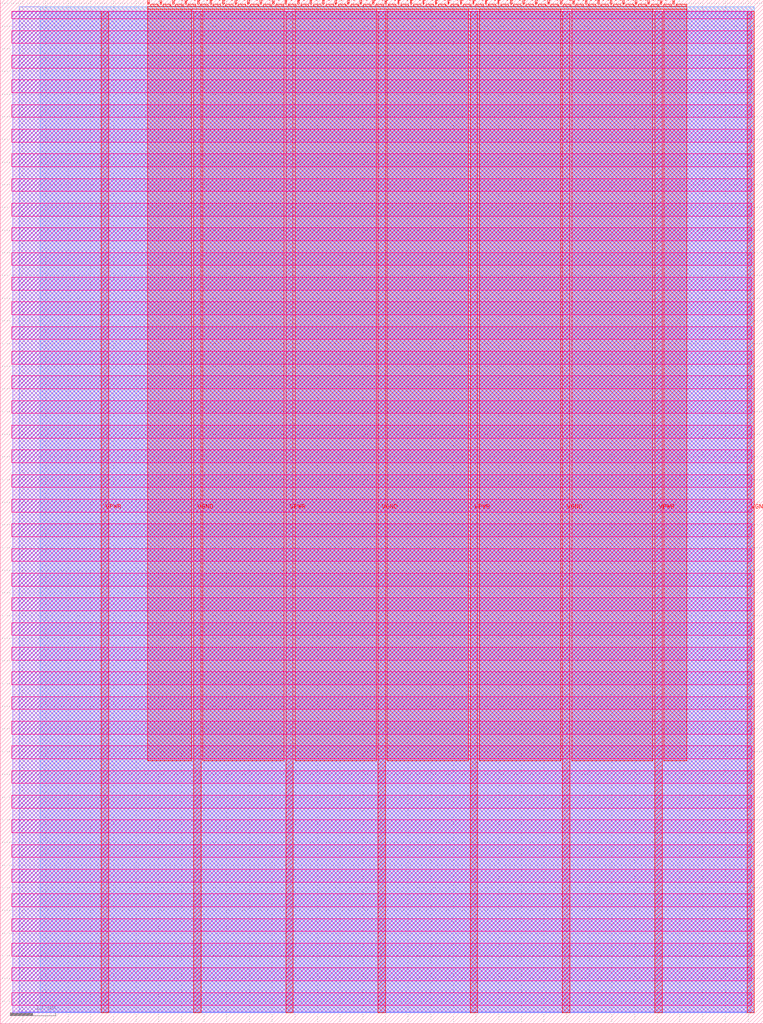
<source format=lef>
VERSION 5.7 ;
  NOWIREEXTENSIONATPIN ON ;
  DIVIDERCHAR "/" ;
  BUSBITCHARS "[]" ;
MACRO tt_um_prg_dup
  CLASS BLOCK ;
  FOREIGN tt_um_prg_dup ;
  ORIGIN 0.000 0.000 ;
  SIZE 168.360 BY 225.760 ;
  PIN VGND
    DIRECTION INOUT ;
    USE GROUND ;
    PORT
      LAYER met4 ;
        RECT 42.670 2.480 44.270 223.280 ;
    END
    PORT
      LAYER met4 ;
        RECT 83.380 2.480 84.980 223.280 ;
    END
    PORT
      LAYER met4 ;
        RECT 124.090 2.480 125.690 223.280 ;
    END
    PORT
      LAYER met4 ;
        RECT 164.800 2.480 166.400 223.280 ;
    END
  END VGND
  PIN VPWR
    DIRECTION INOUT ;
    USE POWER ;
    PORT
      LAYER met4 ;
        RECT 22.315 2.480 23.915 223.280 ;
    END
    PORT
      LAYER met4 ;
        RECT 63.025 2.480 64.625 223.280 ;
    END
    PORT
      LAYER met4 ;
        RECT 103.735 2.480 105.335 223.280 ;
    END
    PORT
      LAYER met4 ;
        RECT 144.445 2.480 146.045 223.280 ;
    END
  END VPWR
  PIN clk
    DIRECTION INPUT ;
    USE SIGNAL ;
    ANTENNAGATEAREA 0.852000 ;
    PORT
      LAYER met4 ;
        RECT 145.670 224.760 145.970 225.760 ;
    END
  END clk
  PIN ena
    DIRECTION INPUT ;
    USE SIGNAL ;
    ANTENNAGATEAREA 0.213000 ;
    PORT
      LAYER met4 ;
        RECT 148.430 224.760 148.730 225.760 ;
    END
  END ena
  PIN rst_n
    DIRECTION INPUT ;
    USE SIGNAL ;
    ANTENNAGATEAREA 0.213000 ;
    PORT
      LAYER met4 ;
        RECT 142.910 224.760 143.210 225.760 ;
    END
  END rst_n
  PIN ui_in[0]
    DIRECTION INPUT ;
    USE SIGNAL ;
    ANTENNAGATEAREA 0.196500 ;
    PORT
      LAYER met4 ;
        RECT 140.150 224.760 140.450 225.760 ;
    END
  END ui_in[0]
  PIN ui_in[1]
    DIRECTION INPUT ;
    USE SIGNAL ;
    ANTENNAGATEAREA 0.196500 ;
    PORT
      LAYER met4 ;
        RECT 137.390 224.760 137.690 225.760 ;
    END
  END ui_in[1]
  PIN ui_in[2]
    DIRECTION INPUT ;
    USE SIGNAL ;
    ANTENNAGATEAREA 0.196500 ;
    PORT
      LAYER met4 ;
        RECT 134.630 224.760 134.930 225.760 ;
    END
  END ui_in[2]
  PIN ui_in[3]
    DIRECTION INPUT ;
    USE SIGNAL ;
    ANTENNAGATEAREA 0.196500 ;
    PORT
      LAYER met4 ;
        RECT 131.870 224.760 132.170 225.760 ;
    END
  END ui_in[3]
  PIN ui_in[4]
    DIRECTION INPUT ;
    USE SIGNAL ;
    ANTENNAGATEAREA 0.196500 ;
    PORT
      LAYER met4 ;
        RECT 129.110 224.760 129.410 225.760 ;
    END
  END ui_in[4]
  PIN ui_in[5]
    DIRECTION INPUT ;
    USE SIGNAL ;
    ANTENNAGATEAREA 0.196500 ;
    PORT
      LAYER met4 ;
        RECT 126.350 224.760 126.650 225.760 ;
    END
  END ui_in[5]
  PIN ui_in[6]
    DIRECTION INPUT ;
    USE SIGNAL ;
    ANTENNAGATEAREA 0.196500 ;
    PORT
      LAYER met4 ;
        RECT 123.590 224.760 123.890 225.760 ;
    END
  END ui_in[6]
  PIN ui_in[7]
    DIRECTION INPUT ;
    USE SIGNAL ;
    ANTENNAGATEAREA 0.196500 ;
    PORT
      LAYER met4 ;
        RECT 120.830 224.760 121.130 225.760 ;
    END
  END ui_in[7]
  PIN uio_in[0]
    DIRECTION INPUT ;
    USE SIGNAL ;
    PORT
      LAYER met4 ;
        RECT 118.070 224.760 118.370 225.760 ;
    END
  END uio_in[0]
  PIN uio_in[1]
    DIRECTION INPUT ;
    USE SIGNAL ;
    PORT
      LAYER met4 ;
        RECT 115.310 224.760 115.610 225.760 ;
    END
  END uio_in[1]
  PIN uio_in[2]
    DIRECTION INPUT ;
    USE SIGNAL ;
    PORT
      LAYER met4 ;
        RECT 112.550 224.760 112.850 225.760 ;
    END
  END uio_in[2]
  PIN uio_in[3]
    DIRECTION INPUT ;
    USE SIGNAL ;
    PORT
      LAYER met4 ;
        RECT 109.790 224.760 110.090 225.760 ;
    END
  END uio_in[3]
  PIN uio_in[4]
    DIRECTION INPUT ;
    USE SIGNAL ;
    PORT
      LAYER met4 ;
        RECT 107.030 224.760 107.330 225.760 ;
    END
  END uio_in[4]
  PIN uio_in[5]
    DIRECTION INPUT ;
    USE SIGNAL ;
    PORT
      LAYER met4 ;
        RECT 104.270 224.760 104.570 225.760 ;
    END
  END uio_in[5]
  PIN uio_in[6]
    DIRECTION INPUT ;
    USE SIGNAL ;
    PORT
      LAYER met4 ;
        RECT 101.510 224.760 101.810 225.760 ;
    END
  END uio_in[6]
  PIN uio_in[7]
    DIRECTION INPUT ;
    USE SIGNAL ;
    PORT
      LAYER met4 ;
        RECT 98.750 224.760 99.050 225.760 ;
    END
  END uio_in[7]
  PIN uio_oe[0]
    DIRECTION OUTPUT TRISTATE ;
    USE SIGNAL ;
    PORT
      LAYER met4 ;
        RECT 51.830 224.760 52.130 225.760 ;
    END
  END uio_oe[0]
  PIN uio_oe[1]
    DIRECTION OUTPUT TRISTATE ;
    USE SIGNAL ;
    PORT
      LAYER met4 ;
        RECT 49.070 224.760 49.370 225.760 ;
    END
  END uio_oe[1]
  PIN uio_oe[2]
    DIRECTION OUTPUT TRISTATE ;
    USE SIGNAL ;
    PORT
      LAYER met4 ;
        RECT 46.310 224.760 46.610 225.760 ;
    END
  END uio_oe[2]
  PIN uio_oe[3]
    DIRECTION OUTPUT TRISTATE ;
    USE SIGNAL ;
    PORT
      LAYER met4 ;
        RECT 43.550 224.760 43.850 225.760 ;
    END
  END uio_oe[3]
  PIN uio_oe[4]
    DIRECTION OUTPUT TRISTATE ;
    USE SIGNAL ;
    PORT
      LAYER met4 ;
        RECT 40.790 224.760 41.090 225.760 ;
    END
  END uio_oe[4]
  PIN uio_oe[5]
    DIRECTION OUTPUT TRISTATE ;
    USE SIGNAL ;
    PORT
      LAYER met4 ;
        RECT 38.030 224.760 38.330 225.760 ;
    END
  END uio_oe[5]
  PIN uio_oe[6]
    DIRECTION OUTPUT TRISTATE ;
    USE SIGNAL ;
    PORT
      LAYER met4 ;
        RECT 35.270 224.760 35.570 225.760 ;
    END
  END uio_oe[6]
  PIN uio_oe[7]
    DIRECTION OUTPUT TRISTATE ;
    USE SIGNAL ;
    PORT
      LAYER met4 ;
        RECT 32.510 224.760 32.810 225.760 ;
    END
  END uio_oe[7]
  PIN uio_out[0]
    DIRECTION OUTPUT TRISTATE ;
    USE SIGNAL ;
    ANTENNADIFFAREA 0.795200 ;
    PORT
      LAYER met4 ;
        RECT 73.910 224.760 74.210 225.760 ;
    END
  END uio_out[0]
  PIN uio_out[1]
    DIRECTION OUTPUT TRISTATE ;
    USE SIGNAL ;
    PORT
      LAYER met4 ;
        RECT 71.150 224.760 71.450 225.760 ;
    END
  END uio_out[1]
  PIN uio_out[2]
    DIRECTION OUTPUT TRISTATE ;
    USE SIGNAL ;
    PORT
      LAYER met4 ;
        RECT 68.390 224.760 68.690 225.760 ;
    END
  END uio_out[2]
  PIN uio_out[3]
    DIRECTION OUTPUT TRISTATE ;
    USE SIGNAL ;
    PORT
      LAYER met4 ;
        RECT 65.630 224.760 65.930 225.760 ;
    END
  END uio_out[3]
  PIN uio_out[4]
    DIRECTION OUTPUT TRISTATE ;
    USE SIGNAL ;
    PORT
      LAYER met4 ;
        RECT 62.870 224.760 63.170 225.760 ;
    END
  END uio_out[4]
  PIN uio_out[5]
    DIRECTION OUTPUT TRISTATE ;
    USE SIGNAL ;
    PORT
      LAYER met4 ;
        RECT 60.110 224.760 60.410 225.760 ;
    END
  END uio_out[5]
  PIN uio_out[6]
    DIRECTION OUTPUT TRISTATE ;
    USE SIGNAL ;
    PORT
      LAYER met4 ;
        RECT 57.350 224.760 57.650 225.760 ;
    END
  END uio_out[6]
  PIN uio_out[7]
    DIRECTION OUTPUT TRISTATE ;
    USE SIGNAL ;
    PORT
      LAYER met4 ;
        RECT 54.590 224.760 54.890 225.760 ;
    END
  END uio_out[7]
  PIN uo_out[0]
    DIRECTION OUTPUT TRISTATE ;
    USE SIGNAL ;
    ANTENNAGATEAREA 0.247500 ;
    ANTENNADIFFAREA 0.445500 ;
    PORT
      LAYER met4 ;
        RECT 95.990 224.760 96.290 225.760 ;
    END
  END uo_out[0]
  PIN uo_out[1]
    DIRECTION OUTPUT TRISTATE ;
    USE SIGNAL ;
    ANTENNAGATEAREA 0.247500 ;
    ANTENNADIFFAREA 0.891000 ;
    PORT
      LAYER met4 ;
        RECT 93.230 224.760 93.530 225.760 ;
    END
  END uo_out[1]
  PIN uo_out[2]
    DIRECTION OUTPUT TRISTATE ;
    USE SIGNAL ;
    ANTENNAGATEAREA 0.247500 ;
    ANTENNADIFFAREA 0.891000 ;
    PORT
      LAYER met4 ;
        RECT 90.470 224.760 90.770 225.760 ;
    END
  END uo_out[2]
  PIN uo_out[3]
    DIRECTION OUTPUT TRISTATE ;
    USE SIGNAL ;
    ANTENNAGATEAREA 0.126000 ;
    ANTENNADIFFAREA 0.891000 ;
    PORT
      LAYER met4 ;
        RECT 87.710 224.760 88.010 225.760 ;
    END
  END uo_out[3]
  PIN uo_out[4]
    DIRECTION OUTPUT TRISTATE ;
    USE SIGNAL ;
    ANTENNAGATEAREA 0.247500 ;
    ANTENNADIFFAREA 0.445500 ;
    PORT
      LAYER met4 ;
        RECT 84.950 224.760 85.250 225.760 ;
    END
  END uo_out[4]
  PIN uo_out[5]
    DIRECTION OUTPUT TRISTATE ;
    USE SIGNAL ;
    ANTENNAGATEAREA 0.126000 ;
    ANTENNADIFFAREA 0.891000 ;
    PORT
      LAYER met4 ;
        RECT 82.190 224.760 82.490 225.760 ;
    END
  END uo_out[5]
  PIN uo_out[6]
    DIRECTION OUTPUT TRISTATE ;
    USE SIGNAL ;
    ANTENNAGATEAREA 0.126000 ;
    ANTENNADIFFAREA 0.445500 ;
    PORT
      LAYER met4 ;
        RECT 79.430 224.760 79.730 225.760 ;
    END
  END uo_out[6]
  PIN uo_out[7]
    DIRECTION OUTPUT TRISTATE ;
    USE SIGNAL ;
    ANTENNAGATEAREA 0.126000 ;
    ANTENNADIFFAREA 0.891000 ;
    PORT
      LAYER met4 ;
        RECT 76.670 224.760 76.970 225.760 ;
    END
  END uo_out[7]
  OBS
      LAYER nwell ;
        RECT 2.570 221.625 165.790 223.230 ;
        RECT 2.570 216.185 165.790 219.015 ;
        RECT 2.570 210.745 165.790 213.575 ;
        RECT 2.570 205.305 165.790 208.135 ;
        RECT 2.570 199.865 165.790 202.695 ;
        RECT 2.570 194.425 165.790 197.255 ;
        RECT 2.570 188.985 165.790 191.815 ;
        RECT 2.570 183.545 165.790 186.375 ;
        RECT 2.570 178.105 165.790 180.935 ;
        RECT 2.570 172.665 165.790 175.495 ;
        RECT 2.570 167.225 165.790 170.055 ;
        RECT 2.570 161.785 165.790 164.615 ;
        RECT 2.570 156.345 165.790 159.175 ;
        RECT 2.570 150.905 165.790 153.735 ;
        RECT 2.570 145.465 165.790 148.295 ;
        RECT 2.570 140.025 165.790 142.855 ;
        RECT 2.570 134.585 165.790 137.415 ;
        RECT 2.570 129.145 165.790 131.975 ;
        RECT 2.570 123.705 165.790 126.535 ;
        RECT 2.570 118.265 165.790 121.095 ;
        RECT 2.570 112.825 165.790 115.655 ;
        RECT 2.570 107.385 165.790 110.215 ;
        RECT 2.570 101.945 165.790 104.775 ;
        RECT 2.570 96.505 165.790 99.335 ;
        RECT 2.570 91.065 165.790 93.895 ;
        RECT 2.570 85.625 165.790 88.455 ;
        RECT 2.570 80.185 165.790 83.015 ;
        RECT 2.570 74.745 165.790 77.575 ;
        RECT 2.570 69.305 165.790 72.135 ;
        RECT 2.570 63.865 165.790 66.695 ;
        RECT 2.570 58.425 165.790 61.255 ;
        RECT 2.570 52.985 165.790 55.815 ;
        RECT 2.570 47.545 165.790 50.375 ;
        RECT 2.570 42.105 165.790 44.935 ;
        RECT 2.570 36.665 165.790 39.495 ;
        RECT 2.570 31.225 165.790 34.055 ;
        RECT 2.570 25.785 165.790 28.615 ;
        RECT 2.570 20.345 165.790 23.175 ;
        RECT 2.570 14.905 165.790 17.735 ;
        RECT 2.570 9.465 165.790 12.295 ;
        RECT 2.570 4.025 165.790 6.855 ;
      LAYER li1 ;
        RECT 2.760 2.635 165.600 223.125 ;
      LAYER met1 ;
        RECT 2.760 2.480 166.400 223.280 ;
      LAYER met2 ;
        RECT 4.240 2.535 166.370 224.245 ;
      LAYER met3 ;
        RECT 8.805 2.555 166.390 224.225 ;
      LAYER met4 ;
        RECT 33.210 224.360 34.870 224.760 ;
        RECT 35.970 224.360 37.630 224.760 ;
        RECT 38.730 224.360 40.390 224.760 ;
        RECT 41.490 224.360 43.150 224.760 ;
        RECT 44.250 224.360 45.910 224.760 ;
        RECT 47.010 224.360 48.670 224.760 ;
        RECT 49.770 224.360 51.430 224.760 ;
        RECT 52.530 224.360 54.190 224.760 ;
        RECT 55.290 224.360 56.950 224.760 ;
        RECT 58.050 224.360 59.710 224.760 ;
        RECT 60.810 224.360 62.470 224.760 ;
        RECT 63.570 224.360 65.230 224.760 ;
        RECT 66.330 224.360 67.990 224.760 ;
        RECT 69.090 224.360 70.750 224.760 ;
        RECT 71.850 224.360 73.510 224.760 ;
        RECT 74.610 224.360 76.270 224.760 ;
        RECT 77.370 224.360 79.030 224.760 ;
        RECT 80.130 224.360 81.790 224.760 ;
        RECT 82.890 224.360 84.550 224.760 ;
        RECT 85.650 224.360 87.310 224.760 ;
        RECT 88.410 224.360 90.070 224.760 ;
        RECT 91.170 224.360 92.830 224.760 ;
        RECT 93.930 224.360 95.590 224.760 ;
        RECT 96.690 224.360 98.350 224.760 ;
        RECT 99.450 224.360 101.110 224.760 ;
        RECT 102.210 224.360 103.870 224.760 ;
        RECT 104.970 224.360 106.630 224.760 ;
        RECT 107.730 224.360 109.390 224.760 ;
        RECT 110.490 224.360 112.150 224.760 ;
        RECT 113.250 224.360 114.910 224.760 ;
        RECT 116.010 224.360 117.670 224.760 ;
        RECT 118.770 224.360 120.430 224.760 ;
        RECT 121.530 224.360 123.190 224.760 ;
        RECT 124.290 224.360 125.950 224.760 ;
        RECT 127.050 224.360 128.710 224.760 ;
        RECT 129.810 224.360 131.470 224.760 ;
        RECT 132.570 224.360 134.230 224.760 ;
        RECT 135.330 224.360 136.990 224.760 ;
        RECT 138.090 224.360 139.750 224.760 ;
        RECT 140.850 224.360 142.510 224.760 ;
        RECT 143.610 224.360 145.270 224.760 ;
        RECT 146.370 224.360 148.030 224.760 ;
        RECT 149.130 224.360 151.505 224.760 ;
        RECT 32.495 223.680 151.505 224.360 ;
        RECT 32.495 57.975 42.270 223.680 ;
        RECT 44.670 57.975 62.625 223.680 ;
        RECT 65.025 57.975 82.980 223.680 ;
        RECT 85.380 57.975 103.335 223.680 ;
        RECT 105.735 57.975 123.690 223.680 ;
        RECT 126.090 57.975 144.045 223.680 ;
        RECT 146.445 57.975 151.505 223.680 ;
  END
END tt_um_prg_dup
END LIBRARY


</source>
